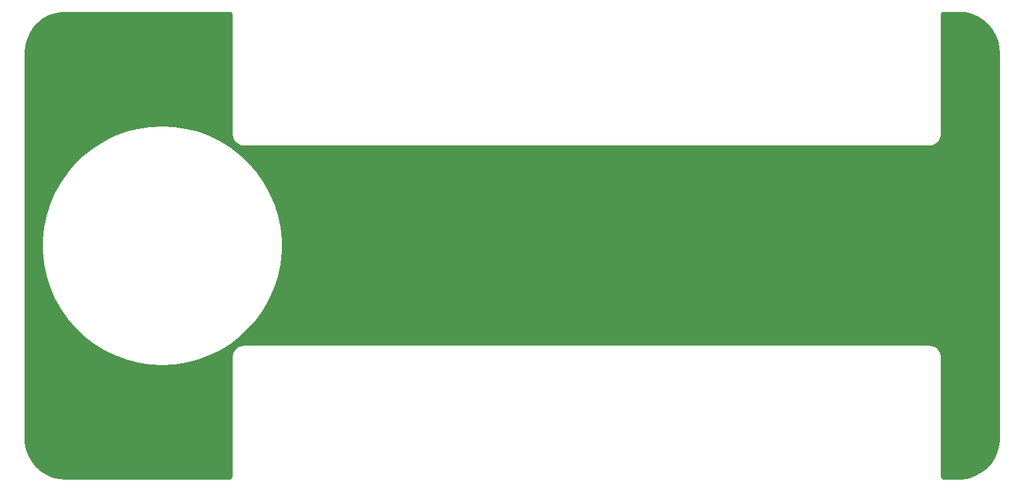
<source format=gbr>
%TF.GenerationSoftware,KiCad,Pcbnew,(5.1.8)-1*%
%TF.CreationDate,2022-08-29T12:55:05+09:00*%
%TF.ProjectId,face,66616365-2e6b-4696-9361-645f70636258,rev?*%
%TF.SameCoordinates,Original*%
%TF.FileFunction,Copper,L1,Top*%
%TF.FilePolarity,Positive*%
%FSLAX46Y46*%
G04 Gerber Fmt 4.6, Leading zero omitted, Abs format (unit mm)*
G04 Created by KiCad (PCBNEW (5.1.8)-1) date 2022-08-29 12:55:05*
%MOMM*%
%LPD*%
G01*
G04 APERTURE LIST*
%TA.AperFunction,ViaPad*%
%ADD10C,2.400000*%
%TD*%
%TA.AperFunction,ViaPad*%
%ADD11C,3.400000*%
%TD*%
%TA.AperFunction,Conductor*%
%ADD12C,0.254000*%
%TD*%
%TA.AperFunction,Conductor*%
%ADD13C,0.100000*%
%TD*%
G04 APERTURE END LIST*
D10*
%TO.N,GND*%
X79500000Y-129500000D03*
X202500000Y-129500000D03*
X202500000Y-76500000D03*
X79500000Y-76500000D03*
D11*
X186500000Y-111000000D03*
X186500000Y-95000000D03*
%TD*%
D12*
%TO.N,GND*%
X103065424Y-71669580D02*
X103128356Y-71688580D01*
X103186405Y-71719445D01*
X103237343Y-71760989D01*
X103279248Y-71811644D01*
X103310515Y-71869471D01*
X103329956Y-71932272D01*
X103340000Y-72027835D01*
X103340001Y-88032419D01*
X103342783Y-88060664D01*
X103342740Y-88066801D01*
X103343640Y-88075972D01*
X103364041Y-88270069D01*
X103376068Y-88328658D01*
X103387277Y-88387423D01*
X103389941Y-88396245D01*
X103447653Y-88582683D01*
X103470838Y-88637838D01*
X103493242Y-88693291D01*
X103497568Y-88701427D01*
X103590393Y-88873104D01*
X103623846Y-88922699D01*
X103656600Y-88972753D01*
X103662424Y-88979894D01*
X103786828Y-89130272D01*
X103829263Y-89172411D01*
X103871126Y-89215161D01*
X103878227Y-89221034D01*
X104029469Y-89344384D01*
X104079277Y-89377477D01*
X104128651Y-89411284D01*
X104136757Y-89415667D01*
X104309080Y-89507292D01*
X104364392Y-89530090D01*
X104419366Y-89553652D01*
X104428169Y-89556377D01*
X104615006Y-89612786D01*
X104673686Y-89624405D01*
X104732196Y-89636842D01*
X104741361Y-89637805D01*
X104935594Y-89656850D01*
X104935598Y-89656850D01*
X104967581Y-89660000D01*
X197032419Y-89660000D01*
X197060674Y-89657217D01*
X197066801Y-89657260D01*
X197075972Y-89656360D01*
X197270069Y-89635959D01*
X197328658Y-89623932D01*
X197387423Y-89612723D01*
X197396245Y-89610059D01*
X197582683Y-89552347D01*
X197637838Y-89529162D01*
X197693291Y-89506758D01*
X197701427Y-89502432D01*
X197873104Y-89409607D01*
X197922699Y-89376154D01*
X197972753Y-89343400D01*
X197979894Y-89337576D01*
X198130272Y-89213172D01*
X198172411Y-89170737D01*
X198215161Y-89128874D01*
X198221034Y-89121773D01*
X198344384Y-88970531D01*
X198377477Y-88920723D01*
X198411284Y-88871349D01*
X198415667Y-88863243D01*
X198507292Y-88690920D01*
X198530090Y-88635608D01*
X198553652Y-88580634D01*
X198556377Y-88571831D01*
X198612786Y-88384994D01*
X198624405Y-88326314D01*
X198636842Y-88267804D01*
X198637805Y-88258639D01*
X198656850Y-88064406D01*
X198656850Y-88064402D01*
X198660000Y-88032419D01*
X198660000Y-72032279D01*
X198669580Y-71934576D01*
X198688580Y-71871644D01*
X198719445Y-71813595D01*
X198760989Y-71762657D01*
X198811644Y-71720752D01*
X198869471Y-71689485D01*
X198932272Y-71670044D01*
X199027835Y-71660000D01*
X200972911Y-71660000D01*
X201871797Y-71733902D01*
X202720182Y-71947001D01*
X203522371Y-72295803D01*
X204256818Y-72770938D01*
X204903798Y-73359646D01*
X205445946Y-74046125D01*
X205868692Y-74811928D01*
X206160684Y-75636491D01*
X206316116Y-76509076D01*
X206340001Y-77015568D01*
X206340000Y-128972911D01*
X206266098Y-129871802D01*
X206052999Y-130720180D01*
X205704197Y-131522371D01*
X205229062Y-132256818D01*
X204640354Y-132903799D01*
X203953875Y-133445946D01*
X203188076Y-133868691D01*
X202363514Y-134160683D01*
X201490925Y-134316116D01*
X200984453Y-134340000D01*
X199032279Y-134340000D01*
X198934576Y-134330420D01*
X198871643Y-134311420D01*
X198813594Y-134280554D01*
X198762657Y-134239011D01*
X198720752Y-134188356D01*
X198689485Y-134130529D01*
X198670044Y-134067728D01*
X198660000Y-133972165D01*
X198660000Y-117967581D01*
X198657217Y-117939326D01*
X198657260Y-117933199D01*
X198656360Y-117924028D01*
X198635959Y-117729931D01*
X198623934Y-117671348D01*
X198612723Y-117612577D01*
X198610059Y-117603755D01*
X198552347Y-117417317D01*
X198529162Y-117362162D01*
X198506758Y-117306709D01*
X198502432Y-117298573D01*
X198409607Y-117126896D01*
X198376139Y-117077278D01*
X198343400Y-117027247D01*
X198337576Y-117020106D01*
X198213172Y-116869728D01*
X198170737Y-116827589D01*
X198128874Y-116784839D01*
X198121773Y-116778966D01*
X197970531Y-116655616D01*
X197920738Y-116622534D01*
X197871349Y-116588716D01*
X197863243Y-116584333D01*
X197690921Y-116492708D01*
X197635606Y-116469909D01*
X197580634Y-116446348D01*
X197571831Y-116443623D01*
X197384995Y-116387214D01*
X197326307Y-116375594D01*
X197267804Y-116363158D01*
X197258639Y-116362195D01*
X197064405Y-116343150D01*
X197064402Y-116343150D01*
X197032419Y-116340000D01*
X104967581Y-116340000D01*
X104939326Y-116342783D01*
X104933199Y-116342740D01*
X104924028Y-116343640D01*
X104729931Y-116364041D01*
X104671348Y-116376066D01*
X104612577Y-116387277D01*
X104603755Y-116389941D01*
X104417317Y-116447653D01*
X104362162Y-116470838D01*
X104306709Y-116493242D01*
X104298573Y-116497568D01*
X104126896Y-116590393D01*
X104077278Y-116623861D01*
X104027247Y-116656600D01*
X104020106Y-116662424D01*
X103869728Y-116786828D01*
X103827589Y-116829263D01*
X103784839Y-116871126D01*
X103778966Y-116878227D01*
X103655616Y-117029469D01*
X103622534Y-117079262D01*
X103588716Y-117128651D01*
X103584333Y-117136757D01*
X103492708Y-117309079D01*
X103469909Y-117364394D01*
X103446348Y-117419366D01*
X103443623Y-117428169D01*
X103387214Y-117615005D01*
X103375594Y-117673693D01*
X103363158Y-117732196D01*
X103362195Y-117741361D01*
X103343150Y-117935595D01*
X103343150Y-117935608D01*
X103340001Y-117967581D01*
X103340000Y-133967721D01*
X103330420Y-134065424D01*
X103311420Y-134128357D01*
X103280554Y-134186406D01*
X103239011Y-134237343D01*
X103188356Y-134279248D01*
X103130529Y-134310515D01*
X103067728Y-134329956D01*
X102972165Y-134340000D01*
X81027089Y-134340000D01*
X80128198Y-134266098D01*
X79279820Y-134052999D01*
X78477629Y-133704197D01*
X77743182Y-133229062D01*
X77096201Y-132640354D01*
X76554054Y-131953875D01*
X76131309Y-131188076D01*
X75839317Y-130363514D01*
X75683884Y-129490925D01*
X75660000Y-128984453D01*
X75660000Y-102180496D01*
X77840767Y-102180496D01*
X77840767Y-103819504D01*
X78006583Y-105450101D01*
X78336512Y-107055558D01*
X78827171Y-108619399D01*
X79473523Y-110125577D01*
X80268936Y-111558638D01*
X81205249Y-112903875D01*
X82272853Y-114147485D01*
X83460793Y-115276706D01*
X84756880Y-116279952D01*
X86147814Y-117146928D01*
X87619322Y-117868737D01*
X89156305Y-118437973D01*
X90742990Y-118848794D01*
X92363097Y-119096986D01*
X94000000Y-119180000D01*
X95636903Y-119096986D01*
X97257010Y-118848794D01*
X98843695Y-118437973D01*
X100380678Y-117868737D01*
X101852186Y-117146928D01*
X103243120Y-116279952D01*
X104539207Y-115276706D01*
X105727147Y-114147485D01*
X106794751Y-112903875D01*
X107731064Y-111558638D01*
X108526477Y-110125577D01*
X109172829Y-108619399D01*
X109663488Y-107055558D01*
X109993417Y-105450101D01*
X110159233Y-103819504D01*
X110159233Y-102180496D01*
X109993417Y-100549899D01*
X109663488Y-98944442D01*
X109172829Y-97380601D01*
X108526477Y-95874423D01*
X107731064Y-94441362D01*
X106794751Y-93096125D01*
X105727147Y-91852515D01*
X104539207Y-90723294D01*
X103243120Y-89720048D01*
X101852186Y-88853072D01*
X100380678Y-88131263D01*
X98843695Y-87562027D01*
X97257010Y-87151206D01*
X95636903Y-86903014D01*
X94000000Y-86820000D01*
X92363097Y-86903014D01*
X90742990Y-87151206D01*
X89156305Y-87562027D01*
X87619322Y-88131263D01*
X86147814Y-88853072D01*
X84756880Y-89720048D01*
X83460793Y-90723294D01*
X82272853Y-91852515D01*
X81205249Y-93096125D01*
X80268936Y-94441362D01*
X79473523Y-95874423D01*
X78827171Y-97380601D01*
X78336512Y-98944442D01*
X78006583Y-100549899D01*
X77840767Y-102180496D01*
X75660000Y-102180496D01*
X75660000Y-77027089D01*
X75733902Y-76128203D01*
X75947001Y-75279818D01*
X76295803Y-74477629D01*
X76770938Y-73743182D01*
X77359646Y-73096202D01*
X78046125Y-72554054D01*
X78811928Y-72131308D01*
X79636491Y-71839316D01*
X80509076Y-71683884D01*
X81015547Y-71660000D01*
X102967721Y-71660000D01*
X103065424Y-71669580D01*
%TA.AperFunction,Conductor*%
D13*
G36*
X103065424Y-71669580D02*
G01*
X103128356Y-71688580D01*
X103186405Y-71719445D01*
X103237343Y-71760989D01*
X103279248Y-71811644D01*
X103310515Y-71869471D01*
X103329956Y-71932272D01*
X103340000Y-72027835D01*
X103340001Y-88032419D01*
X103342783Y-88060664D01*
X103342740Y-88066801D01*
X103343640Y-88075972D01*
X103364041Y-88270069D01*
X103376068Y-88328658D01*
X103387277Y-88387423D01*
X103389941Y-88396245D01*
X103447653Y-88582683D01*
X103470838Y-88637838D01*
X103493242Y-88693291D01*
X103497568Y-88701427D01*
X103590393Y-88873104D01*
X103623846Y-88922699D01*
X103656600Y-88972753D01*
X103662424Y-88979894D01*
X103786828Y-89130272D01*
X103829263Y-89172411D01*
X103871126Y-89215161D01*
X103878227Y-89221034D01*
X104029469Y-89344384D01*
X104079277Y-89377477D01*
X104128651Y-89411284D01*
X104136757Y-89415667D01*
X104309080Y-89507292D01*
X104364392Y-89530090D01*
X104419366Y-89553652D01*
X104428169Y-89556377D01*
X104615006Y-89612786D01*
X104673686Y-89624405D01*
X104732196Y-89636842D01*
X104741361Y-89637805D01*
X104935594Y-89656850D01*
X104935598Y-89656850D01*
X104967581Y-89660000D01*
X197032419Y-89660000D01*
X197060674Y-89657217D01*
X197066801Y-89657260D01*
X197075972Y-89656360D01*
X197270069Y-89635959D01*
X197328658Y-89623932D01*
X197387423Y-89612723D01*
X197396245Y-89610059D01*
X197582683Y-89552347D01*
X197637838Y-89529162D01*
X197693291Y-89506758D01*
X197701427Y-89502432D01*
X197873104Y-89409607D01*
X197922699Y-89376154D01*
X197972753Y-89343400D01*
X197979894Y-89337576D01*
X198130272Y-89213172D01*
X198172411Y-89170737D01*
X198215161Y-89128874D01*
X198221034Y-89121773D01*
X198344384Y-88970531D01*
X198377477Y-88920723D01*
X198411284Y-88871349D01*
X198415667Y-88863243D01*
X198507292Y-88690920D01*
X198530090Y-88635608D01*
X198553652Y-88580634D01*
X198556377Y-88571831D01*
X198612786Y-88384994D01*
X198624405Y-88326314D01*
X198636842Y-88267804D01*
X198637805Y-88258639D01*
X198656850Y-88064406D01*
X198656850Y-88064402D01*
X198660000Y-88032419D01*
X198660000Y-72032279D01*
X198669580Y-71934576D01*
X198688580Y-71871644D01*
X198719445Y-71813595D01*
X198760989Y-71762657D01*
X198811644Y-71720752D01*
X198869471Y-71689485D01*
X198932272Y-71670044D01*
X199027835Y-71660000D01*
X200972911Y-71660000D01*
X201871797Y-71733902D01*
X202720182Y-71947001D01*
X203522371Y-72295803D01*
X204256818Y-72770938D01*
X204903798Y-73359646D01*
X205445946Y-74046125D01*
X205868692Y-74811928D01*
X206160684Y-75636491D01*
X206316116Y-76509076D01*
X206340001Y-77015568D01*
X206340000Y-128972911D01*
X206266098Y-129871802D01*
X206052999Y-130720180D01*
X205704197Y-131522371D01*
X205229062Y-132256818D01*
X204640354Y-132903799D01*
X203953875Y-133445946D01*
X203188076Y-133868691D01*
X202363514Y-134160683D01*
X201490925Y-134316116D01*
X200984453Y-134340000D01*
X199032279Y-134340000D01*
X198934576Y-134330420D01*
X198871643Y-134311420D01*
X198813594Y-134280554D01*
X198762657Y-134239011D01*
X198720752Y-134188356D01*
X198689485Y-134130529D01*
X198670044Y-134067728D01*
X198660000Y-133972165D01*
X198660000Y-117967581D01*
X198657217Y-117939326D01*
X198657260Y-117933199D01*
X198656360Y-117924028D01*
X198635959Y-117729931D01*
X198623934Y-117671348D01*
X198612723Y-117612577D01*
X198610059Y-117603755D01*
X198552347Y-117417317D01*
X198529162Y-117362162D01*
X198506758Y-117306709D01*
X198502432Y-117298573D01*
X198409607Y-117126896D01*
X198376139Y-117077278D01*
X198343400Y-117027247D01*
X198337576Y-117020106D01*
X198213172Y-116869728D01*
X198170737Y-116827589D01*
X198128874Y-116784839D01*
X198121773Y-116778966D01*
X197970531Y-116655616D01*
X197920738Y-116622534D01*
X197871349Y-116588716D01*
X197863243Y-116584333D01*
X197690921Y-116492708D01*
X197635606Y-116469909D01*
X197580634Y-116446348D01*
X197571831Y-116443623D01*
X197384995Y-116387214D01*
X197326307Y-116375594D01*
X197267804Y-116363158D01*
X197258639Y-116362195D01*
X197064405Y-116343150D01*
X197064402Y-116343150D01*
X197032419Y-116340000D01*
X104967581Y-116340000D01*
X104939326Y-116342783D01*
X104933199Y-116342740D01*
X104924028Y-116343640D01*
X104729931Y-116364041D01*
X104671348Y-116376066D01*
X104612577Y-116387277D01*
X104603755Y-116389941D01*
X104417317Y-116447653D01*
X104362162Y-116470838D01*
X104306709Y-116493242D01*
X104298573Y-116497568D01*
X104126896Y-116590393D01*
X104077278Y-116623861D01*
X104027247Y-116656600D01*
X104020106Y-116662424D01*
X103869728Y-116786828D01*
X103827589Y-116829263D01*
X103784839Y-116871126D01*
X103778966Y-116878227D01*
X103655616Y-117029469D01*
X103622534Y-117079262D01*
X103588716Y-117128651D01*
X103584333Y-117136757D01*
X103492708Y-117309079D01*
X103469909Y-117364394D01*
X103446348Y-117419366D01*
X103443623Y-117428169D01*
X103387214Y-117615005D01*
X103375594Y-117673693D01*
X103363158Y-117732196D01*
X103362195Y-117741361D01*
X103343150Y-117935595D01*
X103343150Y-117935608D01*
X103340001Y-117967581D01*
X103340000Y-133967721D01*
X103330420Y-134065424D01*
X103311420Y-134128357D01*
X103280554Y-134186406D01*
X103239011Y-134237343D01*
X103188356Y-134279248D01*
X103130529Y-134310515D01*
X103067728Y-134329956D01*
X102972165Y-134340000D01*
X81027089Y-134340000D01*
X80128198Y-134266098D01*
X79279820Y-134052999D01*
X78477629Y-133704197D01*
X77743182Y-133229062D01*
X77096201Y-132640354D01*
X76554054Y-131953875D01*
X76131309Y-131188076D01*
X75839317Y-130363514D01*
X75683884Y-129490925D01*
X75660000Y-128984453D01*
X75660000Y-102180496D01*
X77840767Y-102180496D01*
X77840767Y-103819504D01*
X78006583Y-105450101D01*
X78336512Y-107055558D01*
X78827171Y-108619399D01*
X79473523Y-110125577D01*
X80268936Y-111558638D01*
X81205249Y-112903875D01*
X82272853Y-114147485D01*
X83460793Y-115276706D01*
X84756880Y-116279952D01*
X86147814Y-117146928D01*
X87619322Y-117868737D01*
X89156305Y-118437973D01*
X90742990Y-118848794D01*
X92363097Y-119096986D01*
X94000000Y-119180000D01*
X95636903Y-119096986D01*
X97257010Y-118848794D01*
X98843695Y-118437973D01*
X100380678Y-117868737D01*
X101852186Y-117146928D01*
X103243120Y-116279952D01*
X104539207Y-115276706D01*
X105727147Y-114147485D01*
X106794751Y-112903875D01*
X107731064Y-111558638D01*
X108526477Y-110125577D01*
X109172829Y-108619399D01*
X109663488Y-107055558D01*
X109993417Y-105450101D01*
X110159233Y-103819504D01*
X110159233Y-102180496D01*
X109993417Y-100549899D01*
X109663488Y-98944442D01*
X109172829Y-97380601D01*
X108526477Y-95874423D01*
X107731064Y-94441362D01*
X106794751Y-93096125D01*
X105727147Y-91852515D01*
X104539207Y-90723294D01*
X103243120Y-89720048D01*
X101852186Y-88853072D01*
X100380678Y-88131263D01*
X98843695Y-87562027D01*
X97257010Y-87151206D01*
X95636903Y-86903014D01*
X94000000Y-86820000D01*
X92363097Y-86903014D01*
X90742990Y-87151206D01*
X89156305Y-87562027D01*
X87619322Y-88131263D01*
X86147814Y-88853072D01*
X84756880Y-89720048D01*
X83460793Y-90723294D01*
X82272853Y-91852515D01*
X81205249Y-93096125D01*
X80268936Y-94441362D01*
X79473523Y-95874423D01*
X78827171Y-97380601D01*
X78336512Y-98944442D01*
X78006583Y-100549899D01*
X77840767Y-102180496D01*
X75660000Y-102180496D01*
X75660000Y-77027089D01*
X75733902Y-76128203D01*
X75947001Y-75279818D01*
X76295803Y-74477629D01*
X76770938Y-73743182D01*
X77359646Y-73096202D01*
X78046125Y-72554054D01*
X78811928Y-72131308D01*
X79636491Y-71839316D01*
X80509076Y-71683884D01*
X81015547Y-71660000D01*
X102967721Y-71660000D01*
X103065424Y-71669580D01*
G37*
%TD.AperFunction*%
%TD*%
M02*

</source>
